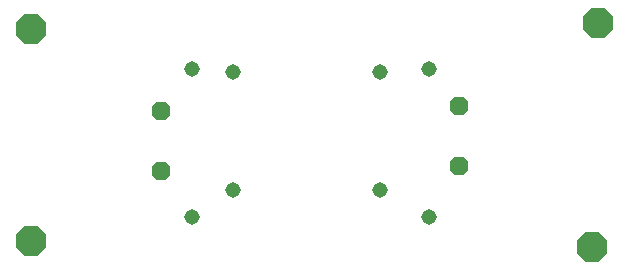
<source format=gbl>
G75*
%MOIN*%
%OFA0B0*%
%FSLAX25Y25*%
%IPPOS*%
%LPD*%
%AMOC8*
5,1,8,0,0,1.08239X$1,22.5*
%
%ADD10C,0.05150*%
%ADD11OC8,0.06300*%
%ADD12OC8,0.10000*%
D10*
X0064307Y0018992D03*
X0078047Y0027929D03*
X0127260Y0027929D03*
X0143441Y0018992D03*
X0127260Y0067299D03*
X0143441Y0068205D03*
X0078047Y0067299D03*
X0064307Y0068205D03*
D11*
X0054150Y0054307D03*
X0054150Y0034307D03*
X0153362Y0036039D03*
X0153362Y0056039D03*
D12*
X0010843Y0010843D03*
X0010843Y0081709D03*
X0197850Y0008874D03*
X0199819Y0083677D03*
M02*

</source>
